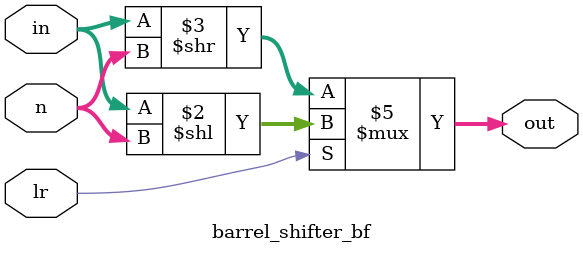
<source format=sv>
module barrel_shifter_bf(out,in,n,lr);
  input [7:0] in;
  input [2:0] n;
  input lr;
  output reg [7:0] out;
  
  always @(*) 
    begin
      if(lr)
        out = in << n;
      else
        out = in >> n;
    end
endmodule

</source>
